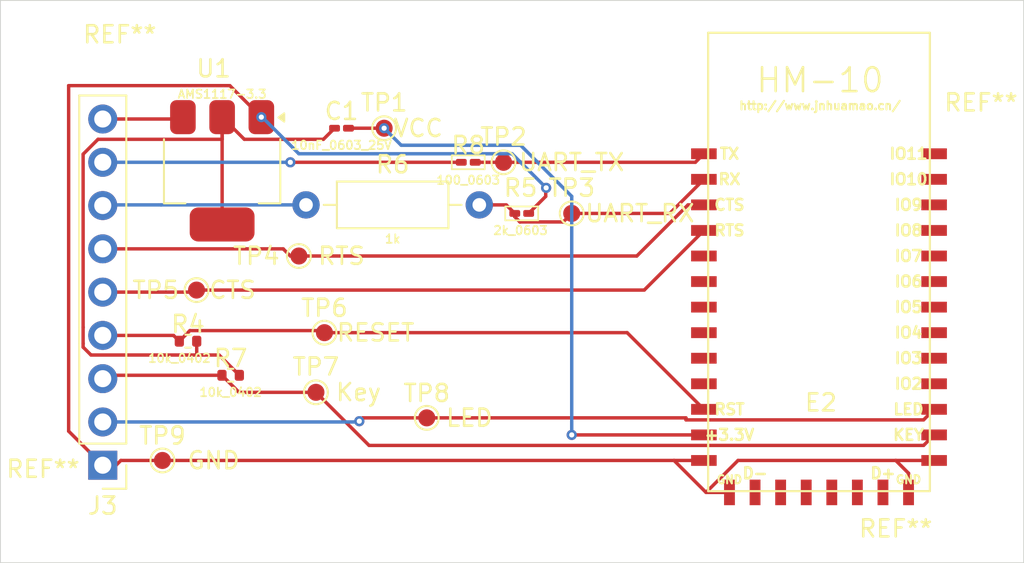
<source format=kicad_pcb>
(kicad_pcb (version 20241229) (generator "pcbnew") (generator_version "9.0")
  (layers (0 "F.Cu" signal) (2 "B.Cu" signal) (13 "F.Paste" user) (15 "B.Paste" user) (5 "F.SilkS" user "F.Silkscreen") (7 "B.SilkS" user "B.Silkscreen") (1 "F.Mask" user) (3 "B.Mask" user) (25 "Edge.Cuts" user))
  (net 0 "")
  (net 1 "/breakout_board_uart/RX (D2)")
  (net 2 "/breakout_board_uart/RTS (D4)")
  (net 3 "/breakout_board_uart/TX (D3)")
  (net 4 "/breakout_board_uart/GND (ARDUINO)")
  (net 5 "/breakout_board_uart/LED (D8)")
  (net 6 "/breakout_board_uart/CTS (D5)")
  (net 7 "/breakout_board_uart/VCC 3.3-7v")
  (net 8 "/breakout_board_uart/RESET (D6)")
  (net 9 "/breakout_board_uart/KEY (D7)")
  (net 10 "Net-(U1-VO)")
  (net 11 "/breakout_board_uart/VCC (3.3V)  (HM-10)")
  (net 22 "/breakout_board_uart/UART_RX (HM-10)")
  (net 29 "/breakout_board_uart/UART_TX (HM-10)")
  (footprint "HM-10:26.9X13X2.2_BOARD" (layer "F.Cu") (at 103.75 23.5)
    (property "Reference" "E2" (at -0.635 14.605 180) (layer "F.SilkS"))
    (property "Value" "HM-10")
    (fp_line (start -7.25 -7.1) (end 5.75 -7.1) (stroke (width 0.127)) (layer "F.SilkS"))
    (fp_line (start -7.25 19.8) (end -7.25 -7.1) (stroke (width 0.127)) (layer "F.SilkS"))
    (fp_line (start 5.75 -7.1) (end 5.75 19.8) (stroke (width 0.127)) (layer "F.SilkS"))
    (fp_line (start 5.75 19.8) (end -7.25 19.8) (stroke (width 0.127)) (layer "F.SilkS"))
    (fp_text user "IO3" (at 4.5 12 0) (layer "F.SilkS") (effects (font (size 0.64 0.64))))
    (fp_text user "IO11" (at 4.5 0 0) (layer "F.SilkS") (effects (font (size 0.64 0.64))))
    (fp_text user "RTS" (at -6 4.5 0) (layer "F.SilkS") (effects (font (size 0.64 0.64))))
    (fp_text user "IO6" (at 4.5 7.5 0) (layer "F.SilkS") (effects (font (size 0.64 0.64))))
    (fp_text user "IO7" (at 4.5 6 0) (layer "F.SilkS") (effects (font (size 0.64 0.64))))
    (fp_text user "RX" (at -6 1.5 0) (layer "F.SilkS") (effects (font (size 0.64 0.64))))
    (fp_text user "HM-10" (at -0.69 -4.32 0) (layer "F.SilkS") (effects (font (size 1.4 1.4))))
    (fp_text user "D-" (at -4.5 18.75 0) (layer "F.SilkS") (effects (font (size 0.64 0.64))))
    (fp_text user "IO2" (at 4.5 13.5 0) (layer "F.SilkS") (effects (font (size 0.64 0.64))))
    (fp_text user "IO4" (at 4.5 10.5 0) (layer "F.SilkS") (effects (font (size 0.64 0.64))))
    (fp_text user "RST" (at -6 15 0) (layer "F.SilkS") (effects (font (size 0.64 0.64))))
    (fp_text user "GND" (at -6 19.125 0) (layer "F.SilkS") (effects (font (size 0.48 0.48))))
    (fp_text user "D+" (at 3 18.75 0) (layer "F.SilkS") (effects (font (size 0.64 0.64))))
    (fp_text user "IO5" (at 4.5 9 0) (layer "F.SilkS") (effects (font (size 0.64 0.64))))
    (fp_text user "IO9" (at 4.5 3 0) (layer "F.SilkS") (effects (font (size 0.64 0.64))))
    (fp_text user "+3.3V" (at -6 16.5 0) (layer "F.SilkS") (effects (font (size 0.64 0.64))))
    (fp_text user "GND" (at 4.5 19.125 0) (layer "F.SilkS") (effects (font (size 0.48 0.48))))
    (fp_text user "KEY" (at 4.5 16.5 0) (layer "F.SilkS") (effects (font (size 0.64 0.64))))
    (fp_text user "LED" (at 4.5 15 0) (layer "F.SilkS") (effects (font (size 0.64 0.64))))
    (fp_text user "TX" (at -6 0 0) (layer "F.SilkS") (effects (font (size 0.64 0.64))))
    (fp_text user "IO10" (at 4.5 1.5 0) (layer "F.SilkS") (effects (font (size 0.64 0.64))))
    (fp_text user "IO8" (at 4.5 4.5 0) (layer "F.SilkS") (effects (font (size 0.64 0.64))))
    (fp_text user "http://www.jnhuamao.cn/" (at -0.69 -2.82 0) (layer "F.SilkS") (effects (font (size 0.48 0.48))))
    (fp_text user "CTS" (at -6 3 0) (layer "F.SilkS") (effects (font (size 0.64 0.64))))
    (pad "$7" smd rect (at -7.5 9) (size 1.5 0.635) (layers "F.Cu" "F.Mask" "F.Paste"))
    (pad "1" smd rect (at -7.5 0) (size 1.5 0.635) (layers "F.Cu" "F.Mask" "F.Paste") (net 29 "/breakout_board_uart/UART_TX (HM-10)"))
    (pad "2" smd rect (at -7.5 1.5) (size 1.5 0.635) (layers "F.Cu" "F.Mask" "F.Paste") (net 22 "/breakout_board_uart/UART_RX (HM-10)"))
    (pad "3" smd rect (at -7.5 3) (size 1.5 0.635) (layers "F.Cu" "F.Mask" "F.Paste") (net 2 "/breakout_board_uart/RTS (D4)"))
    (pad "4" smd rect (at -7.5 4.5) (size 1.5 0.635) (layers "F.Cu" "F.Mask" "F.Paste") (net 6 "/breakout_board_uart/CTS (D5)"))
    (pad "5" smd rect (at -7.5 6) (size 1.5 0.635) (layers "F.Cu" "F.Mask" "F.Paste"))
    (pad "6" smd rect (at -7.5 7.5) (size 1.5 0.635) (layers "F.Cu" "F.Mask" "F.Paste"))
    (pad "8" smd rect (at -7.5 10.5) (size 1.5 0.635) (layers "F.Cu" "F.Mask" "F.Paste"))
    (pad "9" smd rect (at -7.5 12) (size 1.5 0.635) (layers "F.Cu" "F.Mask" "F.Paste"))
    (pad "10" smd rect (at -7.5 13.5) (size 1.5 0.635) (layers "F.Cu" "F.Mask" "F.Paste"))
    (pad "11" smd rect (at -7.5 15) (size 1.5 0.635) (layers "F.Cu" "F.Mask" "F.Paste") (net 8 "/breakout_board_uart/RESET (D6)"))
    (pad "12" smd rect (at -7.5 16.5) (size 1.5 0.635) (layers "F.Cu" "F.Mask" "F.Paste") (net 11 "/breakout_board_uart/VCC (3.3V)  (HM-10)"))
    (pad "13" smd rect (at -7.5 18) (size 1.5 0.635) (layers "F.Cu" "F.Mask" "F.Paste") (net 4 "/breakout_board_uart/GND (ARDUINO)"))
    (pad "14" smd rect (at -6 19.875) (size 0.635 1.5) (layers "F.Cu" "F.Mask" "F.Paste") (net 4 "/breakout_board_uart/GND (ARDUINO)"))
    (pad "15" smd rect (at -4.5 19.875) (size 0.635 1.5) (layers "F.Cu" "F.Mask" "F.Paste"))
    (pad "16" smd rect (at -3 19.875) (size 0.635 1.5) (layers "F.Cu" "F.Mask" "F.Paste"))
    (pad "17" smd rect (at -1.5 19.875) (size 0.635 1.5) (layers "F.Cu" "F.Mask" "F.Paste"))
    (pad "18" smd rect (at 0 19.875) (size 0.635 1.5) (layers "F.Cu" "F.Mask" "F.Paste"))
    (pad "19" smd rect (at 1.5 19.875) (size 0.635 1.5) (layers "F.Cu" "F.Mask" "F.Paste"))
    (pad "20" smd rect (at 3 19.875) (size 0.635 1.5) (layers "F.Cu" "F.Mask" "F.Paste"))
    (pad "21" smd rect (at 4.5 19.875) (size 0.635 1.5) (layers "F.Cu" "F.Mask" "F.Paste") (net 4 "/breakout_board_uart/GND (ARDUINO)"))
    (pad "22" smd rect (at 6 18) (size 1.5 0.635) (layers "F.Cu" "F.Mask" "F.Paste") (net 4 "/breakout_board_uart/GND (ARDUINO)"))
    (pad "23" smd rect (at 6 16.5) (size 1.5 0.635) (layers "F.Cu" "F.Mask" "F.Paste") (net 9 "/breakout_board_uart/KEY (D7)"))
    (pad "24" smd rect (at 6 15) (size 1.5 0.635) (layers "F.Cu" "F.Mask" "F.Paste") (net 5 "/breakout_board_uart/LED (D8)"))
    (pad "25" smd rect (at 6 13.5) (size 1.5 0.635) (layers "F.Cu" "F.Mask" "F.Paste"))
    (pad "26" smd rect (at 6 12) (size 1.5 0.635) (layers "F.Cu" "F.Mask" "F.Paste"))
    (pad "27" smd rect (at 6 10.5) (size 1.5 0.635) (layers "F.Cu" "F.Mask" "F.Paste"))
    (pad "28" smd rect (at 6 9) (size 1.5 0.635) (layers "F.Cu" "F.Mask" "F.Paste"))
    (pad "29" smd rect (at 6 7.5) (size 1.5 0.635) (layers "F.Cu" "F.Mask" "F.Paste"))
    (pad "30" smd rect (at 6 6) (size 1.5 0.635) (layers "F.Cu" "F.Mask" "F.Paste"))
    (pad "31" smd rect (at 6 4.5) (size 1.5 0.635) (layers "F.Cu" "F.Mask" "F.Paste"))
    (pad "32" smd rect (at 6 3) (size 1.5 0.635) (layers "F.Cu" "F.Mask" "F.Paste"))
    (pad "33" smd rect (at 6 1.5) (size 1.5 0.635) (layers "F.Cu" "F.Mask" "F.Paste"))
    (pad "34" smd rect (at 6 0) (size 1.5 0.635) (layers "F.Cu" "F.Mask" "F.Paste"))
  )
  (footprint "Resistor_SMD:R_0402_1005Metric" (layer "F.Cu") (at 68.5 36.5)
    (property "Reference" "R7" (at 0 -1 0) (layer "F.SilkS"))
    (property "Value" "10k_0402" (at 0 1 0) (layer "F.SilkS") (effects (font (size 0.5 0.5) (thickness 0.1) (bold yes))))
    (fp_line (start -0.153641 -0.38) (end 0.153641 -0.38) (stroke (width 0.12)) (layer "F.SilkS"))
    (fp_line (start -0.153641 0.38) (end 0.153641 0.38) (stroke (width 0.12)) (layer "F.SilkS"))
    (pad "1" smd roundrect (at -0.51 0) (size 0.54 0.64) (layers "F.Cu" "F.Mask" "F.Paste") (net 9 "/breakout_board_uart/KEY (D7)"))
    (pad "2" smd roundrect (at 0.51 0) (size 0.54 0.64) (layers "F.Cu" "F.Mask" "F.Paste") (net 10 "Net-(U1-VO)"))
  )
  (footprint "Resistor_THT:R_Axial_DIN0207_L6.3mm_D2.5mm_P10.16mm_Horizontal" (layer "F.Cu") (at 72.92 26.5)
    (property "Reference" "R6" (at 5.08 -2.37 0) (layer "F.SilkS"))
    (property "Value" "1k" (at 5.08 2 0) (layer "F.SilkS") (effects (font (size 0.5 0.5) (thickness 0.1) (bold yes))))
    (fp_line (start 1.04 0) (end 1.81 0) (stroke (width 0.12)) (layer "F.SilkS"))
    (fp_line (start 9.12 0) (end 8.35 0) (stroke (width 0.12)) (layer "F.SilkS"))
    (fp_rect (start 1.81 -1.37) (end 8.35 1.37) (stroke (width 0.12)) (fill no) (layer "F.SilkS"))
    (pad "1" thru_hole circle (at 0 0) (size 1.6 1.6) (drill 0.8) (layers "*.Cu" "*.Mask") (net 3 "/breakout_board_uart/TX (D3)"))
    (pad "2" thru_hole circle (at 10.16 0) (size 1.6 1.6) (drill 0.8) (layers "*.Cu" "*.Mask") (net 22 "/breakout_board_uart/UART_RX (HM-10)"))
  )
  (footprint "Misc:TestPoint_Pad_D1.0mm" (layer "F.Cu") (at 77.5 22)
    (property "Reference" "TP1" (at 0 -1.5 0) (layer "F.SilkS"))
    (property "Value" "VCC" (at 2 0 0) (layer "F.SilkS"))
    (fp_circle (center 0 0) (end 0 0.7) (stroke (width 0.12)) (fill no) (layer "F.SilkS"))
    (pad "1" smd circle (at 0 0) (size 1 1) (layers "F.Cu" "F.Mask") (net 11 "/breakout_board_uart/VCC (3.3V)  (HM-10)"))
  )
  (footprint "Resistor_SMD:R_0402_1005Metric" (layer "F.Cu") (at 66 34.5)
    (property "Reference" "R4" (at 0 -1 0) (layer "F.SilkS"))
    (property "Value" "10k_0402" (at -0.5 1 0) (layer "F.SilkS") (effects (font (size 0.5 0.5) (thickness 0.1) (bold yes))))
    (fp_line (start -0.153641 -0.38) (end 0.153641 -0.38) (stroke (width 0.12)) (layer "F.SilkS"))
    (fp_line (start -0.153641 0.38) (end 0.153641 0.38) (stroke (width 0.12)) (layer "F.SilkS"))
    (pad "1" smd roundrect (at -0.51 0) (size 0.54 0.64) (layers "F.Cu" "F.Mask" "F.Paste") (net 8 "/breakout_board_uart/RESET (D6)"))
    (pad "2" smd roundrect (at 0.51 0) (size 0.54 0.64) (layers "F.Cu" "F.Mask" "F.Paste") (net 10 "Net-(U1-VO)"))
  )
  (footprint "Misc:TestPoint_Pad_D1.0mm" (layer "F.Cu") (at 72.5 29.5)
    (property "Reference" "TP4" (at -2.5 0.002 0) (layer "F.SilkS"))
    (property "Value" "RTS" (at 2.5 0 0) (layer "F.SilkS"))
    (fp_circle (center 0 0) (end 0 0.7) (stroke (width 0.12)) (fill no) (layer "F.SilkS"))
    (pad "1" smd circle (at 0 0) (size 1 1) (layers "F.Cu" "F.Mask") (net 2 "/breakout_board_uart/RTS (D4)"))
  )
  (footprint "MountingHole:MountingHole_2.2mm_M2" (layer "F.Cu") (at 112.5 45)
    (property "Reference" "REF**" (at -5 0.5 0) (layer "F.SilkS"))
    (property "Value" "MountingHole_2.2mm_M2")
    (pad "" np_thru_hole circle (at 0 0) (size 2.2 2.2) (drill 2.2) (layers "*.Cu" "*.Mask"))
  )
  (footprint "Package_TO_SOT_SMD:SOT-223-3_TabPin2" (layer "F.Cu") (at 68 24.5 -90)
    (property "Reference" "U1" (at -6 0.5 180) (layer "F.SilkS"))
    (property "Value" "AMS1117-3.3" (at -4.5 0 180) (layer "F.SilkS") (effects (font (size 0.5 0.5) (thickness 0.1) (bold yes))))
    (fp_line (start -1.85 3.41) (end 1.91 3.41) (stroke (width 0.12)) (layer "F.SilkS"))
    (fp_line (start 1.91 3.41) (end 1.91 2.15) (stroke (width 0.12)) (layer "F.SilkS"))
    (fp_line (start -1.85 -3.41) (end 1.91 -3.41) (stroke (width 0.12)) (layer "F.SilkS"))
    (fp_line (start 1.91 -3.41) (end 1.91 -2.15) (stroke (width 0.12)) (layer "F.SilkS"))
    (fp_poly (pts (xy -3.13 -3.31) (xy -3.37 -3.64) (xy -2.89 -3.64) (xy -3.13 -3.31)) (stroke (width 0.12)) (fill yes) (layer "F.SilkS"))
    (pad "1" smd roundrect (at -3.15 -2.3 270) (size 2 1.5) (layers "F.Cu" "F.Mask" "F.Paste") (net 4 "/breakout_board_uart/GND (ARDUINO)"))
    (pad "2" smd roundrect (at -3.15 0 270) (size 2 1.5) (layers "F.Cu" "F.Mask" "F.Paste") (net 10 "Net-(U1-VO)"))
    (pad "2" smd roundrect (at 3.15 0 270) (size 2 3.8) (layers "F.Cu" "F.Mask" "F.Paste") (net 10 "Net-(U1-VO)"))
    (pad "3" smd roundrect (at -3.15 2.3 270) (size 2 1.5) (layers "F.Cu" "F.Mask" "F.Paste") (net 7 "/breakout_board_uart/VCC 3.3-7v"))
  )
  (footprint "Misc:TestPoint_Pad_D1.0mm" (layer "F.Cu") (at 84.5 24)
    (property "Reference" "TP2" (at 0 -1.498 0) (layer "F.SilkS"))
    (property "Value" "UART_TX" (at 4 0 0) (layer "F.SilkS"))
    (fp_circle (center 0 0) (end 0 0.7) (stroke (width 0.12)) (fill no) (layer "F.SilkS"))
    (pad "1" smd circle (at 0 0) (size 1 1) (layers "F.Cu" "F.Mask") (net 29 "/breakout_board_uart/UART_TX (HM-10)"))
  )
  (footprint "Misc:R_0201_0603Metric_Pad0.64x0.40mm_HandSolder" (layer "F.Cu") (at 82.4325 24)
    (property "Reference" "R8" (at 0 -1 0) (layer "F.SilkS"))
    (property "Value" "100_0603" (at 0 1.05 0) (layer "F.SilkS") (effects (font (size 0.5 0.5) (thickness 0.1) (bold yes))))
    (fp_line (start -0.9652 -0.4064) (end -0.9652 0.4064) (stroke (width 0.1)) (layer "F.SilkS"))
    (fp_line (start -0.9652 0.4064) (end 0.9652 0.4064) (stroke (width 0.1)) (layer "F.SilkS"))
    (fp_line (start -0.9144 -0.4064) (end -0.9652 -0.4064) (stroke (width 0.1)) (layer "F.SilkS"))
    (fp_line (start -0.6096 -0.4064) (end -0.9144 -0.4064) (stroke (width 0.1)) (layer "F.SilkS"))
    (fp_line (start 0.9652 -0.4064) (end -0.6096 -0.4064) (stroke (width 0.1)) (layer "F.SilkS"))
    (fp_line (start 0.9652 0.4064) (end 0.9652 -0.4064) (stroke (width 0.1)) (layer "F.SilkS"))
    (pad "1" smd roundrect (at -0.4075 0) (size 0.635 0.4) (layers "F.Cu" "F.Mask") (net 1 "/breakout_board_uart/RX (D2)"))
    (pad "2" smd roundrect (at 0.4075 0) (size 0.635 0.4) (layers "F.Cu" "F.Mask") (net 29 "/breakout_board_uart/UART_TX (HM-10)"))
  )
  (footprint "Misc:TestPoint_Pad_D1.0mm" (layer "F.Cu") (at 74 34)
    (property "Reference" "TP6" (at 0 -1.448 0) (layer "F.SilkS"))
    (property "Value" "RESET" (at 3 0 0) (layer "F.SilkS"))
    (fp_circle (center 0 0) (end 0 0.7) (stroke (width 0.12)) (fill no) (layer "F.SilkS"))
    (pad "1" smd circle (at 0 0) (size 1 1) (layers "F.Cu" "F.Mask") (net 8 "/breakout_board_uart/RESET (D6)"))
  )
  (footprint "Misc:TestPoint_Pad_D1.0mm" (layer "F.Cu") (at 88.5 27)
    (property "Reference" "TP3" (at 0 -1.498 0) (layer "F.SilkS"))
    (property "Value" "UART_RX" (at 4 0 0) (layer "F.SilkS"))
    (fp_circle (center 0 0) (end 0 0.7) (stroke (width 0.12)) (fill no) (layer "F.SilkS"))
    (pad "1" smd circle (at 0 0) (size 1 1) (layers "F.Cu" "F.Mask") (net 22 "/breakout_board_uart/UART_RX (HM-10)"))
  )
  (footprint "Misc:TestPoint_Pad_D1.0mm" (layer "F.Cu") (at 80 39)
    (property "Reference" "TP8" (at 0 -1.448 0) (layer "F.SilkS"))
    (property "Value" "LED" (at 2.5 0 0) (layer "F.SilkS"))
    (fp_circle (center 0 0) (end 0 0.7) (stroke (width 0.12)) (fill no) (layer "F.SilkS"))
    (pad "1" smd circle (at 0 0) (size 1 1) (layers "F.Cu" "F.Mask") (net 5 "/breakout_board_uart/LED (D8)"))
  )
  (footprint "MountingHole:MountingHole_2.2mm_M2" (layer "F.Cu") (at 57.5 45)
    (property "Reference" "REF**" (at 0 -3 0) (layer "F.SilkS"))
    (property "Value" "MountingHole_2.2mm_M2")
    (pad "" np_thru_hole circle (at 0 0) (size 2.2 2.2) (drill 2.2) (layers "*.Cu" "*.Mask"))
  )
  (footprint "MountingHole:MountingHole_2.2mm_M2" (layer "F.Cu") (at 112.5 17)
    (property "Reference" "REF**" (at 0 3.5 0) (layer "F.SilkS"))
    (property "Value" "MountingHole_2.2mm_M2")
    (pad "" np_thru_hole circle (at 0 0) (size 2.2 2.2) (drill 2.2) (layers "*.Cu" "*.Mask"))
  )
  (footprint "Capacitor_SMD:C_0201_0603Metric_Pad0.64x0.40mm_HandSolder" (layer "F.Cu") (at 75 22)
    (property "Reference" "C1" (at 0 -1 0) (layer "F.SilkS"))
    (property "Value" "10nF_0603_25V" (at 0 1 0) (layer "F.SilkS") (effects (font (size 0.5 0.5) (thickness 0.1) (bold yes))))
    (pad "1" smd roundrect (at -0.4075 0) (size 0.635 0.4) (layers "F.Cu" "F.Mask") (net 10 "Net-(U1-VO)"))
    (pad "2" smd roundrect (at 0.4075 0) (size 0.635 0.4) (layers "F.Cu" "F.Mask") (net 11 "/breakout_board_uart/VCC (3.3V)  (HM-10)"))
  )
  (footprint "Misc:TestPoint_Pad_D1.0mm" (layer "F.Cu") (at 66.5 31.5)
    (property "Reference" "TP5" (at -2.391729 0.002 0) (layer "F.SilkS"))
    (property "Value" "CTS" (at 2.108271 0 0) (layer "F.SilkS"))
    (fp_circle (center 0 0) (end 0 0.7) (stroke (width 0.12)) (fill no) (layer "F.SilkS"))
    (pad "1" smd circle (at 0 0) (size 1 1) (layers "F.Cu" "F.Mask") (net 6 "/breakout_board_uart/CTS (D5)"))
  )
  (footprint "Misc:R_0201_0603Metric_Pad0.64x0.40mm_HandSolder" (layer "F.Cu") (at 85.5675 27)
    (property "Reference" "R5" (at -0.0675 -1.5 0) (layer "F.SilkS"))
    (property "Value" "2k_0603" (at -0.0675 1 0) (layer "F.SilkS") (effects (font (size 0.5 0.5) (thickness 0.1) (bold yes))))
    (fp_line (start -0.9652 -0.4064) (end -0.9652 0.4064) (stroke (width 0.1)) (layer "F.SilkS"))
    (fp_line (start -0.9652 0.4064) (end 0.9652 0.4064) (stroke (width 0.1)) (layer "F.SilkS"))
    (fp_line (start -0.9144 -0.4064) (end -0.9652 -0.4064) (stroke (width 0.1)) (layer "F.SilkS"))
    (fp_line (start -0.6096 -0.4064) (end -0.9144 -0.4064) (stroke (width 0.1)) (layer "F.SilkS"))
    (fp_line (start 0.9652 -0.4064) (end -0.6096 -0.4064) (stroke (width 0.1)) (layer "F.SilkS"))
    (fp_line (start 0.9652 0.4064) (end 0.9652 -0.4064) (stroke (width 0.1)) (layer "F.SilkS"))
    (pad "1" smd roundrect (at -0.4075 0) (size 0.635 0.4) (layers "F.Cu" "F.Mask") (net 22 "/breakout_board_uart/UART_RX (HM-10)"))
    (pad "2" smd roundrect (at 0.4075 0) (size 0.635 0.4) (layers "F.Cu" "F.Mask") (net 4 "/breakout_board_uart/GND (ARDUINO)"))
  )
  (footprint "Connector_PinHeader_2.54mm:PinHeader_1x09_P2.54mm_Vertical" (layer "F.Cu") (at 61 41.78 180)
    (property "Reference" "J3" (at 0 -2.38 0) (layer "F.SilkS"))
    (property "Value" "PINHD_1x9_Male")
    (fp_line (start 1.38 1.27) (end 1.38 21.7) (stroke (width 0.12)) (layer "F.SilkS"))
    (fp_line (start -1.38 21.7) (end 1.38 21.7) (stroke (width 0.12)) (layer "F.SilkS"))
    (fp_line (start -1.38 1.27) (end 1.38 1.27) (stroke (width 0.12)) (layer "F.SilkS"))
    (fp_line (start -1.38 1.27) (end -1.38 21.7) (stroke (width 0.12)) (layer "F.SilkS"))
    (fp_line (start -1.38 0) (end -1.38 -1.38) (stroke (width 0.12)) (layer "F.SilkS"))
    (fp_line (start -1.38 -1.38) (end 0 -1.38) (stroke (width 0.12)) (layer "F.SilkS"))
    (pad "1" thru_hole rect (at 0 0 180) (size 1.7 1.7) (drill 1) (layers "*.Cu" "*.Mask") (net 4 "/breakout_board_uart/GND (ARDUINO)"))
    (pad "2" thru_hole circle (at 0 2.54 180) (size 1.7 1.7) (drill 1) (layers "*.Cu" "*.Mask") (net 5 "/breakout_board_uart/LED (D8)"))
    (pad "3" thru_hole circle (at 0 5.08 180) (size 1.7 1.7) (drill 1) (layers "*.Cu" "*.Mask") (net 9 "/breakout_board_uart/KEY (D7)"))
    (pad "4" thru_hole circle (at 0 7.62 180) (size 1.7 1.7) (drill 1) (layers "*.Cu" "*.Mask") (net 8 "/breakout_board_uart/RESET (D6)"))
    (pad "5" thru_hole circle (at 0 10.16 180) (size 1.7 1.7) (drill 1) (layers "*.Cu" "*.Mask") (net 6 "/breakout_board_uart/CTS (D5)"))
    (pad "6" thru_hole circle (at 0 12.7 180) (size 1.7 1.7) (drill 1) (layers "*.Cu" "*.Mask") (net 2 "/breakout_board_uart/RTS (D4)"))
    (pad "7" thru_hole circle (at 0 15.24 180) (size 1.7 1.7) (drill 1) (layers "*.Cu" "*.Mask") (net 3 "/breakout_board_uart/TX (D3)"))
    (pad "8" thru_hole circle (at 0 17.78 180) (size 1.7 1.7) (drill 1) (layers "*.Cu" "*.Mask") (net 1 "/breakout_board_uart/RX (D2)"))
    (pad "9" thru_hole circle (at 0 20.32 180) (size 1.7 1.7) (drill 1) (layers "*.Cu" "*.Mask") (net 7 "/breakout_board_uart/VCC 3.3-7v"))
  )
  (footprint "MountingHole:MountingHole_2.2mm_M2" (layer "F.Cu") (at 57.5 17)
    (property "Reference" "REF**" (at 4.5 -0.5 0) (layer "F.SilkS"))
    (property "Value" "MountingHole_2.2mm_M2")
    (pad "" np_thru_hole circle (at 0 0) (size 2.2 2.2) (drill 2.2) (layers "*.Cu" "*.Mask"))
  )
  (footprint "Misc:TestPoint_Pad_D1.0mm" (layer "F.Cu") (at 64.5 41.5)
    (property "Reference" "TP9" (at 0 -1.448 0) (layer "F.SilkS"))
    (property "Value" "GND" (at 3 0 0) (layer "F.SilkS"))
    (fp_circle (center 0 0) (end 0 0.7) (stroke (width 0.12)) (fill no) (layer "F.SilkS"))
    (pad "1" smd circle (at 0 0) (size 1 1) (layers "F.Cu" "F.Mask") (net 4 "/breakout_board_uart/GND (ARDUINO)"))
  )
  (footprint "Misc:TestPoint_Pad_D1.0mm" (layer "F.Cu") (at 73.5 37.5)
    (property "Reference" "TP7" (at 0 -1.498 0) (layer "F.SilkS"))
    (property "Value" "Key" (at 2.5 0 0) (layer "F.SilkS"))
    (fp_circle (center 0 0) (end 0 0.7) (stroke (width 0.12)) (fill no) (layer "F.SilkS"))
    (pad "1" smd circle (at 0 0) (size 1 1) (layers "F.Cu" "F.Mask") (net 9 "/breakout_board_uart/KEY (D7)"))
  )
  (gr_rect (start 55 14.5) (end 115 47.5) (stroke (width 0.05)) (fill no) (layer "Edge.Cuts"))
  (segment (start 72 24) (end 82.025 24) (width 0.2) (layer "F.Cu") (net 1))
  (via (at 72 24) (size 0.6) (drill 0.3) (layers "F.Cu" "B.Cu") (net 1))
  (segment (start 72 24) (end 61 24) (width 0.2) (layer "B.Cu") (net 1))
  (segment (start 95.3171 26.5) (end 92.3171 29.5) (width 0.2) (layer "F.Cu") (net 2))
  (segment (start 92.3171 29.5) (end 72.5 29.5) (width 0.2) (layer "F.Cu") (net 2))
  (segment (start 72 29.5) (end 71.58 29.08) (width 0.2) (layer "F.Cu") (net 2))
  (segment (start 72.5 29.5) (end 72 29.5) (width 0.2) (layer "F.Cu") (net 2))
  (segment (start 71.58 29.08) (end 61 29.08) (width 0.2) (layer "F.Cu") (net 2))
  (segment (start 96.25 26.5) (end 95.3171 26.5) (width 0.2) (layer "F.Cu") (net 2))
  (segment (start 64.42 26.5) (end 61.04 26.5) (width 0.2) (layer "B.Cu") (net 3))
  (segment (start 64.42 26.5) (end 72.5 26.5) (width 0.2) (layer "B.Cu") (net 3))
  (segment (start 61.04 26.5) (end 61 26.54) (width 0.2) (layer "B.Cu") (net 3))
  (segment (start 87 25.5) (end 86.975 25.525) (width 0.2) (layer "F.Cu") (net 4))
  (segment (start 59 19.5) (end 68.45 19.5) (width 0.2) (layer "F.Cu") (net 4))
  (segment (start 97.75 43.375) (end 96.375 43.375) (width 0.2) (layer "F.Cu") (net 4))
  (segment (start 96.375 43.375) (end 94.5 41.5) (width 0.2) (layer "F.Cu") (net 4))
  (segment (start 68.45 19.5) (end 70.3 21.35) (width 0.2) (layer "F.Cu") (net 4))
  (segment (start 108.25 42.25) (end 107.5 41.5) (width 0.2) (layer "F.Cu") (net 4))
  (segment (start 94.5 41.5) (end 96.25 41.5) (width 0.2) (layer "F.Cu") (net 4))
  (segment (start 59 39.78) (end 59 19.5) (width 0.2) (layer "F.Cu") (net 4))
  (segment (start 64.5 41.5) (end 94.5 41.5) (width 0.2) (layer "F.Cu") (net 4))
  (segment (start 86.975 26) (end 85.975 27) (width 0.2) (layer "F.Cu") (net 4))
  (segment (start 86.975 25.525) (end 86.975 26) (width 0.2) (layer "F.Cu") (net 4))
  (segment (start 61.78 41.78) (end 62.06 41.5) (width 0.2) (layer "F.Cu") (net 4))
  (segment (start 107.5 41.5) (end 98.25 41.5) (width 0.2) (layer "F.Cu") (net 4))
  (segment (start 62.06 41.5) (end 64.5 41.5) (width 0.2) (layer "F.Cu") (net 4))
  (segment (start 108.25 43.375) (end 108.25 42.25) (width 0.2) (layer "F.Cu") (net 4))
  (segment (start 98.25 41.5) (end 96.375 43.375) (width 0.2) (layer "F.Cu") (net 4))
  (segment (start 61 41.78) (end 59 39.78) (width 0.2) (layer "F.Cu") (net 4))
  (segment (start 109.75 41.5) (end 107.5 41.5) (width 0.2) (layer "F.Cu") (net 4))
  (segment (start 61 41.78) (end 61.78 41.78) (width 0.2) (layer "F.Cu") (net 4))
  (via (at 87 25.5) (size 0.6) (drill 0.3) (layers "F.Cu" "B.Cu") (net 4))
  (via (at 70.3 21.35) (size 0.6) (drill 0.3) (layers "F.Cu" "B.Cu") (net 4))
  (segment (start 85 23.5) (end 72.5 23.5) (width 0.2) (layer "B.Cu") (net 4))
  (segment (start 87 25.5) (end 85 23.5) (width 0.2) (layer "B.Cu") (net 4))
  (segment (start 72.5 23.5) (end 70.35 21.35) (width 0.2) (layer "B.Cu") (net 4))
  (segment (start 70.35 21.35) (end 70.3 21.35) (width 0.2) (layer "B.Cu") (net 4))
  (segment (start 76.24 39) (end 80 39) (width 0.2) (layer "F.Cu") (net 5))
  (segment (start 95.199 39) (end 95.199 39.1185) (width 0.2) (layer "F.Cu") (net 5))
  (segment (start 76.044265 39.195735) (end 76.24 39) (width 0.2) (layer "F.Cu") (net 5))
  (segment (start 80 39) (end 95.199 39) (width 0.2) (layer "F.Cu") (net 5))
  (segment (start 109.1315 39.1185) (end 109.75 38.5) (width 0.2) (layer "F.Cu") (net 5))
  (segment (start 61 39.24) (end 61.24 39) (width 0.2) (layer "F.Cu") (net 5))
  (segment (start 95.199 39.1185) (end 109.1315 39.1185) (width 0.2) (layer "F.Cu") (net 5))
  (via (at 76.044265 39.195735) (size 0.6) (drill 0.3) (layers "F.Cu" "B.Cu") (net 5))
  (segment (start 76 39.24) (end 61 39.24) (width 0.2) (layer "B.Cu") (net 5))
  (segment (start 76.044265 39.195735) (end 76 39.24) (width 0.2) (layer "B.Cu") (net 5))
  (segment (start 61 31.62) (end 61.12 31.5) (width 0.2) (layer "F.Cu") (net 6))
  (segment (start 61 31.62) (end 66.38 31.62) (width 0.2) (layer "F.Cu") (net 6))
  (segment (start 66.5 31.5) (end 92.75 31.5) (width 0.2) (layer "F.Cu") (net 6))
  (segment (start 66.38 31.62) (end 66.5 31.5) (width 0.2) (layer "F.Cu") (net 6))
  (segment (start 92.75 31.5) (end 96.25 28) (width 0.2) (layer "F.Cu") (net 6))
  (segment (start 61 21.46) (end 65.59 21.46) (width 0.2) (layer "F.Cu") (net 7))
  (segment (start 65.59 21.46) (end 65.7 21.35) (width 0.2) (layer "F.Cu") (net 7))
  (segment (start 73.879 33.879) (end 74 34) (width 0.2) (layer "F.Cu") (net 8))
  (segment (start 61 34.16) (end 65.15 34.16) (width 0.2) (layer "F.Cu") (net 8))
  (segment (start 65.15 34.16) (end 65.49 34.5) (width 0.2) (layer "F.Cu") (net 8))
  (segment (start 91.75 34) (end 74 34) (width 0.2) (layer "F.Cu") (net 8))
  (segment (start 96.25 38.5) (end 91.75 34) (width 0.2) (layer "F.Cu") (net 8))
  (segment (start 61 34.16) (end 61.16 34) (width 0.2) (layer "F.Cu") (net 8))
  (segment (start 66.111 33.879) (end 73.879 33.879) (width 0.2) (layer "F.Cu") (net 8))
  (segment (start 65.49 34.5) (end 66.111 33.879) (width 0.2) (layer "F.Cu") (net 8))
  (segment (start 76.6185 40.6185) (end 73.5 37.5) (width 0.2) (layer "F.Cu") (net 9))
  (segment (start 67.99 36.5) (end 61.2 36.5) (width 0.2) (layer "F.Cu") (net 9))
  (segment (start 76.6185 40.6185) (end 109.1315 40.6185) (width 0.2) (layer "F.Cu") (net 9))
  (segment (start 109.1315 40.6185) (end 109.75 40) (width 0.2) (layer "F.Cu") (net 9))
  (segment (start 67.99 36.5) (end 68.99 37.5) (width 0.2) (layer "F.Cu") (net 9))
  (segment (start 61.2 36.5) (end 61 36.7) (width 0.2) (layer "F.Cu") (net 9))
  (segment (start 68.99 37.5) (end 73.5 37.5) (width 0.2) (layer "F.Cu") (net 9))
  (segment (start 69.01 36.5) (end 67.821 35.311) (width 0.2) (layer "F.Cu") (net 10))
  (segment (start 59.849 23.52324) (end 60.72124 22.651) (width 0.2) (layer "F.Cu") (net 10))
  (segment (start 73.9415 22.651) (end 74.5925 22) (width 0.2) (layer "F.Cu") (net 10))
  (segment (start 66.51 34.5) (end 66.51 35.301) (width 0.2) (layer "F.Cu") (net 10))
  (segment (start 60.72124 22.651) (end 68 22.651) (width 0.2) (layer "F.Cu") (net 10))
  (segment (start 68 27.65) (end 68 21.35) (width 0.2) (layer "F.Cu") (net 10))
  (segment (start 66.51 35.301) (end 66.5 35.311) (width 0.2) (layer "F.Cu") (net 10))
  (segment (start 59.849 33.68324) (end 59.849 23.52324) (width 0.2) (layer "F.Cu") (net 10))
  (segment (start 68 21.35) (end 68 22.651) (width 0.2) (layer "F.Cu") (net 10))
  (segment (start 59.849 33.68324) (end 59.849 34.63676) (width 0.2) (layer "F.Cu") (net 10))
  (segment (start 59.849 34.849) (end 59.849 34.63676) (width 0.2) (layer "F.Cu") (net 10))
  (segment (start 66.5 35.311) (end 60.311 35.311) (width 0.2) (layer "F.Cu") (net 10))
  (segment (start 73.9415 22.651) (end 69.301 22.651) (width 0.2) (layer "F.Cu") (net 10))
  (segment (start 69.301 22.651) (end 68 21.35) (width 0.2) (layer "F.Cu") (net 10))
  (segment (start 67.821 35.311) (end 66.5 35.311) (width 0.2) (layer "F.Cu") (net 10))
  (segment (start 60.311 35.311) (end 59.849 34.849) (width 0.2) (layer "F.Cu") (net 10))
  (segment (start 88.5 40) (end 96.25 40) (width 0.2) (layer "F.Cu") (net 11))
  (segment (start 75.4075 22) (end 77.5 22) (width 0.2) (layer "F.Cu") (net 11))
  (via (at 88.5 40) (size 0.6) (drill 0.3) (layers "F.Cu" "B.Cu") (net 11))
  (via (at 77.5 22) (size 0.6) (drill 0.3) (layers "F.Cu" "B.Cu") (net 11))
  (segment (start 85.5 23) (end 88.5 26) (width 0.2) (layer "B.Cu") (net 11))
  (segment (start 77.5 22) (end 78.5 23) (width 0.2) (layer "B.Cu") (net 11))
  (segment (start 78.5 23) (end 85.5 23) (width 0.2) (layer "B.Cu") (net 11))
  (segment (start 88.5 26) (end 88.5 40) (width 0.2) (layer "B.Cu") (net 11))
  (segment (start 88.5 27) (end 94.25 27) (width 0.2) (layer "F.Cu") (net 22))
  (segment (start 85.462001 27.5) (end 85.16 27.197999) (width 0.2) (layer "F.Cu") (net 22))
  (segment (start 88.000001 27.499999) (end 88.5 27) (width 0.2) (layer "F.Cu") (net 22))
  (segment (start 85.461001 27.501) (end 85.462001 27.5) (width 0.2) (layer "F.Cu") (net 22))
  (segment (start 94.25 27) (end 96.25 25) (width 0.2) (layer "F.Cu") (net 22))
  (segment (start 85.460001 27.5) (end 88.000001 27.499999) (width 0.2) (layer "F.Cu") (net 22))
  (segment (start 83.08 26.5) (end 84.66 26.5) (width 0.2) (layer "F.Cu") (net 22))
  (segment (start 85.16 27.197999) (end 85.16 27) (width 0.2) (layer "F.Cu") (net 22))
  (segment (start 84.66 26.5) (end 85.16 27) (width 0.2) (layer "F.Cu") (net 22))
  (segment (start 84.5 24) (end 95.75 24) (width 0.2) (layer "F.Cu") (net 29))
  (segment (start 82.84 24) (end 84.5 24) (width 0.2) (layer "F.Cu") (net 29))
  (segment (start 95.75 24) (end 96.25 23.5) (width 0.2) (layer "F.Cu") (net 29))
)
</source>
